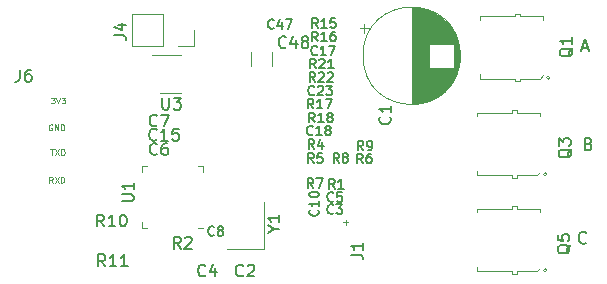
<source format=gto>
G04 #@! TF.GenerationSoftware,KiCad,Pcbnew,5.1.6*
G04 #@! TF.CreationDate,2020-07-25T09:05:25-04:00*
G04 #@! TF.ProjectId,bldc-controller,626c6463-2d63-46f6-9e74-726f6c6c6572,rev?*
G04 #@! TF.SameCoordinates,Original*
G04 #@! TF.FileFunction,Legend,Top*
G04 #@! TF.FilePolarity,Positive*
%FSLAX46Y46*%
G04 Gerber Fmt 4.6, Leading zero omitted, Abs format (unit mm)*
G04 Created by KiCad (PCBNEW 5.1.6) date 2020-07-25 09:05:25*
%MOMM*%
%LPD*%
G01*
G04 APERTURE LIST*
%ADD10C,0.152400*%
%ADD11C,0.125000*%
%ADD12C,0.120000*%
%ADD13C,0.150000*%
G04 APERTURE END LIST*
D10*
X74882571Y-111857428D02*
X75027714Y-111905809D01*
X75076095Y-111954190D01*
X75124476Y-112050952D01*
X75124476Y-112196095D01*
X75076095Y-112292857D01*
X75027714Y-112341238D01*
X74930952Y-112389619D01*
X74543904Y-112389619D01*
X74543904Y-111373619D01*
X74882571Y-111373619D01*
X74979333Y-111422000D01*
X75027714Y-111470380D01*
X75076095Y-111567142D01*
X75076095Y-111663904D01*
X75027714Y-111760666D01*
X74979333Y-111809047D01*
X74882571Y-111857428D01*
X74543904Y-111857428D01*
X74328095Y-103699333D02*
X74811904Y-103699333D01*
X74231333Y-103989619D02*
X74570000Y-102973619D01*
X74908666Y-103989619D01*
X74674476Y-120212857D02*
X74626095Y-120261238D01*
X74480952Y-120309619D01*
X74384190Y-120309619D01*
X74239047Y-120261238D01*
X74142285Y-120164476D01*
X74093904Y-120067714D01*
X74045523Y-119874190D01*
X74045523Y-119729047D01*
X74093904Y-119535523D01*
X74142285Y-119438761D01*
X74239047Y-119342000D01*
X74384190Y-119293619D01*
X74480952Y-119293619D01*
X74626095Y-119342000D01*
X74674476Y-119390380D01*
D11*
X29506666Y-115146190D02*
X29340000Y-114908095D01*
X29220952Y-115146190D02*
X29220952Y-114646190D01*
X29411428Y-114646190D01*
X29459047Y-114670000D01*
X29482857Y-114693809D01*
X29506666Y-114741428D01*
X29506666Y-114812857D01*
X29482857Y-114860476D01*
X29459047Y-114884285D01*
X29411428Y-114908095D01*
X29220952Y-114908095D01*
X29673333Y-114646190D02*
X30006666Y-115146190D01*
X30006666Y-114646190D02*
X29673333Y-115146190D01*
X30197142Y-115146190D02*
X30197142Y-114646190D01*
X30316190Y-114646190D01*
X30387619Y-114670000D01*
X30435238Y-114717619D01*
X30459047Y-114765238D01*
X30482857Y-114860476D01*
X30482857Y-114931904D01*
X30459047Y-115027142D01*
X30435238Y-115074761D01*
X30387619Y-115122380D01*
X30316190Y-115146190D01*
X30197142Y-115146190D01*
X29309047Y-112306190D02*
X29594761Y-112306190D01*
X29451904Y-112806190D02*
X29451904Y-112306190D01*
X29713809Y-112306190D02*
X30047142Y-112806190D01*
X30047142Y-112306190D02*
X29713809Y-112806190D01*
X30237619Y-112806190D02*
X30237619Y-112306190D01*
X30356666Y-112306190D01*
X30428095Y-112330000D01*
X30475714Y-112377619D01*
X30499523Y-112425238D01*
X30523333Y-112520476D01*
X30523333Y-112591904D01*
X30499523Y-112687142D01*
X30475714Y-112734761D01*
X30428095Y-112782380D01*
X30356666Y-112806190D01*
X30237619Y-112806190D01*
X29459047Y-110240000D02*
X29411428Y-110216190D01*
X29340000Y-110216190D01*
X29268571Y-110240000D01*
X29220952Y-110287619D01*
X29197142Y-110335238D01*
X29173333Y-110430476D01*
X29173333Y-110501904D01*
X29197142Y-110597142D01*
X29220952Y-110644761D01*
X29268571Y-110692380D01*
X29340000Y-110716190D01*
X29387619Y-110716190D01*
X29459047Y-110692380D01*
X29482857Y-110668571D01*
X29482857Y-110501904D01*
X29387619Y-110501904D01*
X29697142Y-110716190D02*
X29697142Y-110216190D01*
X29982857Y-110716190D01*
X29982857Y-110216190D01*
X30220952Y-110716190D02*
X30220952Y-110216190D01*
X30340000Y-110216190D01*
X30411428Y-110240000D01*
X30459047Y-110287619D01*
X30482857Y-110335238D01*
X30506666Y-110430476D01*
X30506666Y-110501904D01*
X30482857Y-110597142D01*
X30459047Y-110644761D01*
X30411428Y-110692380D01*
X30340000Y-110716190D01*
X30220952Y-110716190D01*
X29360952Y-107936190D02*
X29670476Y-107936190D01*
X29503809Y-108126666D01*
X29575238Y-108126666D01*
X29622857Y-108150476D01*
X29646666Y-108174285D01*
X29670476Y-108221904D01*
X29670476Y-108340952D01*
X29646666Y-108388571D01*
X29622857Y-108412380D01*
X29575238Y-108436190D01*
X29432380Y-108436190D01*
X29384761Y-108412380D01*
X29360952Y-108388571D01*
X29813333Y-107936190D02*
X29980000Y-108436190D01*
X30146666Y-107936190D01*
X30265714Y-107936190D02*
X30575238Y-107936190D01*
X30408571Y-108126666D01*
X30480000Y-108126666D01*
X30527619Y-108150476D01*
X30551428Y-108174285D01*
X30575238Y-108221904D01*
X30575238Y-108340952D01*
X30551428Y-108388571D01*
X30527619Y-108412380D01*
X30480000Y-108436190D01*
X30337142Y-108436190D01*
X30289523Y-108412380D01*
X30265714Y-108388571D01*
D12*
X54300000Y-118300000D02*
X54300000Y-118700000D01*
X54100000Y-118500000D02*
X54500000Y-118500000D01*
X64020000Y-104400000D02*
G75*
G03*
X64020000Y-104400000I-4120000J0D01*
G01*
X59900000Y-100320000D02*
X59900000Y-108480000D01*
X59940000Y-100320000D02*
X59940000Y-108480000D01*
X59980000Y-100320000D02*
X59980000Y-108480000D01*
X60020000Y-100321000D02*
X60020000Y-108479000D01*
X60060000Y-100323000D02*
X60060000Y-108477000D01*
X60100000Y-100324000D02*
X60100000Y-108476000D01*
X60140000Y-100326000D02*
X60140000Y-108474000D01*
X60180000Y-100329000D02*
X60180000Y-108471000D01*
X60220000Y-100332000D02*
X60220000Y-108468000D01*
X60260000Y-100335000D02*
X60260000Y-108465000D01*
X60300000Y-100339000D02*
X60300000Y-108461000D01*
X60340000Y-100343000D02*
X60340000Y-108457000D01*
X60380000Y-100348000D02*
X60380000Y-108452000D01*
X60420000Y-100352000D02*
X60420000Y-108448000D01*
X60460000Y-100358000D02*
X60460000Y-108442000D01*
X60500000Y-100363000D02*
X60500000Y-108437000D01*
X60540000Y-100370000D02*
X60540000Y-108430000D01*
X60580000Y-100376000D02*
X60580000Y-108424000D01*
X60621000Y-100383000D02*
X60621000Y-108417000D01*
X60661000Y-100390000D02*
X60661000Y-108410000D01*
X60701000Y-100398000D02*
X60701000Y-108402000D01*
X60741000Y-100406000D02*
X60741000Y-108394000D01*
X60781000Y-100415000D02*
X60781000Y-108385000D01*
X60821000Y-100424000D02*
X60821000Y-108376000D01*
X60861000Y-100433000D02*
X60861000Y-108367000D01*
X60901000Y-100443000D02*
X60901000Y-108357000D01*
X60941000Y-100453000D02*
X60941000Y-108347000D01*
X60981000Y-100464000D02*
X60981000Y-108336000D01*
X61021000Y-100475000D02*
X61021000Y-108325000D01*
X61061000Y-100486000D02*
X61061000Y-108314000D01*
X61101000Y-100498000D02*
X61101000Y-108302000D01*
X61141000Y-100511000D02*
X61141000Y-108289000D01*
X61181000Y-100523000D02*
X61181000Y-108277000D01*
X61221000Y-100537000D02*
X61221000Y-108263000D01*
X61261000Y-100550000D02*
X61261000Y-108250000D01*
X61301000Y-100565000D02*
X61301000Y-108235000D01*
X61341000Y-100579000D02*
X61341000Y-108221000D01*
X61381000Y-100595000D02*
X61381000Y-103360000D01*
X61381000Y-105440000D02*
X61381000Y-108205000D01*
X61421000Y-100610000D02*
X61421000Y-103360000D01*
X61421000Y-105440000D02*
X61421000Y-108190000D01*
X61461000Y-100626000D02*
X61461000Y-103360000D01*
X61461000Y-105440000D02*
X61461000Y-108174000D01*
X61501000Y-100643000D02*
X61501000Y-103360000D01*
X61501000Y-105440000D02*
X61501000Y-108157000D01*
X61541000Y-100660000D02*
X61541000Y-103360000D01*
X61541000Y-105440000D02*
X61541000Y-108140000D01*
X61581000Y-100678000D02*
X61581000Y-103360000D01*
X61581000Y-105440000D02*
X61581000Y-108122000D01*
X61621000Y-100696000D02*
X61621000Y-103360000D01*
X61621000Y-105440000D02*
X61621000Y-108104000D01*
X61661000Y-100714000D02*
X61661000Y-103360000D01*
X61661000Y-105440000D02*
X61661000Y-108086000D01*
X61701000Y-100734000D02*
X61701000Y-103360000D01*
X61701000Y-105440000D02*
X61701000Y-108066000D01*
X61741000Y-100753000D02*
X61741000Y-103360000D01*
X61741000Y-105440000D02*
X61741000Y-108047000D01*
X61781000Y-100773000D02*
X61781000Y-103360000D01*
X61781000Y-105440000D02*
X61781000Y-108027000D01*
X61821000Y-100794000D02*
X61821000Y-103360000D01*
X61821000Y-105440000D02*
X61821000Y-108006000D01*
X61861000Y-100816000D02*
X61861000Y-103360000D01*
X61861000Y-105440000D02*
X61861000Y-107984000D01*
X61901000Y-100838000D02*
X61901000Y-103360000D01*
X61901000Y-105440000D02*
X61901000Y-107962000D01*
X61941000Y-100860000D02*
X61941000Y-103360000D01*
X61941000Y-105440000D02*
X61941000Y-107940000D01*
X61981000Y-100883000D02*
X61981000Y-103360000D01*
X61981000Y-105440000D02*
X61981000Y-107917000D01*
X62021000Y-100907000D02*
X62021000Y-103360000D01*
X62021000Y-105440000D02*
X62021000Y-107893000D01*
X62061000Y-100931000D02*
X62061000Y-103360000D01*
X62061000Y-105440000D02*
X62061000Y-107869000D01*
X62101000Y-100956000D02*
X62101000Y-103360000D01*
X62101000Y-105440000D02*
X62101000Y-107844000D01*
X62141000Y-100982000D02*
X62141000Y-103360000D01*
X62141000Y-105440000D02*
X62141000Y-107818000D01*
X62181000Y-101008000D02*
X62181000Y-103360000D01*
X62181000Y-105440000D02*
X62181000Y-107792000D01*
X62221000Y-101035000D02*
X62221000Y-103360000D01*
X62221000Y-105440000D02*
X62221000Y-107765000D01*
X62261000Y-101062000D02*
X62261000Y-103360000D01*
X62261000Y-105440000D02*
X62261000Y-107738000D01*
X62301000Y-101091000D02*
X62301000Y-103360000D01*
X62301000Y-105440000D02*
X62301000Y-107709000D01*
X62341000Y-101120000D02*
X62341000Y-103360000D01*
X62341000Y-105440000D02*
X62341000Y-107680000D01*
X62381000Y-101150000D02*
X62381000Y-103360000D01*
X62381000Y-105440000D02*
X62381000Y-107650000D01*
X62421000Y-101180000D02*
X62421000Y-103360000D01*
X62421000Y-105440000D02*
X62421000Y-107620000D01*
X62461000Y-101211000D02*
X62461000Y-103360000D01*
X62461000Y-105440000D02*
X62461000Y-107589000D01*
X62501000Y-101244000D02*
X62501000Y-103360000D01*
X62501000Y-105440000D02*
X62501000Y-107556000D01*
X62541000Y-101276000D02*
X62541000Y-103360000D01*
X62541000Y-105440000D02*
X62541000Y-107524000D01*
X62581000Y-101310000D02*
X62581000Y-103360000D01*
X62581000Y-105440000D02*
X62581000Y-107490000D01*
X62621000Y-101345000D02*
X62621000Y-103360000D01*
X62621000Y-105440000D02*
X62621000Y-107455000D01*
X62661000Y-101381000D02*
X62661000Y-103360000D01*
X62661000Y-105440000D02*
X62661000Y-107419000D01*
X62701000Y-101417000D02*
X62701000Y-103360000D01*
X62701000Y-105440000D02*
X62701000Y-107383000D01*
X62741000Y-101455000D02*
X62741000Y-103360000D01*
X62741000Y-105440000D02*
X62741000Y-107345000D01*
X62781000Y-101493000D02*
X62781000Y-103360000D01*
X62781000Y-105440000D02*
X62781000Y-107307000D01*
X62821000Y-101533000D02*
X62821000Y-103360000D01*
X62821000Y-105440000D02*
X62821000Y-107267000D01*
X62861000Y-101574000D02*
X62861000Y-103360000D01*
X62861000Y-105440000D02*
X62861000Y-107226000D01*
X62901000Y-101616000D02*
X62901000Y-103360000D01*
X62901000Y-105440000D02*
X62901000Y-107184000D01*
X62941000Y-101659000D02*
X62941000Y-103360000D01*
X62941000Y-105440000D02*
X62941000Y-107141000D01*
X62981000Y-101703000D02*
X62981000Y-103360000D01*
X62981000Y-105440000D02*
X62981000Y-107097000D01*
X63021000Y-101749000D02*
X63021000Y-103360000D01*
X63021000Y-105440000D02*
X63021000Y-107051000D01*
X63061000Y-101796000D02*
X63061000Y-103360000D01*
X63061000Y-105440000D02*
X63061000Y-107004000D01*
X63101000Y-101844000D02*
X63101000Y-103360000D01*
X63101000Y-105440000D02*
X63101000Y-106956000D01*
X63141000Y-101895000D02*
X63141000Y-103360000D01*
X63141000Y-105440000D02*
X63141000Y-106905000D01*
X63181000Y-101946000D02*
X63181000Y-103360000D01*
X63181000Y-105440000D02*
X63181000Y-106854000D01*
X63221000Y-102000000D02*
X63221000Y-103360000D01*
X63221000Y-105440000D02*
X63221000Y-106800000D01*
X63261000Y-102055000D02*
X63261000Y-103360000D01*
X63261000Y-105440000D02*
X63261000Y-106745000D01*
X63301000Y-102113000D02*
X63301000Y-103360000D01*
X63301000Y-105440000D02*
X63301000Y-106687000D01*
X63341000Y-102172000D02*
X63341000Y-103360000D01*
X63341000Y-105440000D02*
X63341000Y-106628000D01*
X63381000Y-102234000D02*
X63381000Y-103360000D01*
X63381000Y-105440000D02*
X63381000Y-106566000D01*
X63421000Y-102298000D02*
X63421000Y-103360000D01*
X63421000Y-105440000D02*
X63421000Y-106502000D01*
X63461000Y-102366000D02*
X63461000Y-106434000D01*
X63501000Y-102436000D02*
X63501000Y-106364000D01*
X63541000Y-102510000D02*
X63541000Y-106290000D01*
X63581000Y-102587000D02*
X63581000Y-106213000D01*
X63621000Y-102669000D02*
X63621000Y-106131000D01*
X63661000Y-102755000D02*
X63661000Y-106045000D01*
X63701000Y-102848000D02*
X63701000Y-105952000D01*
X63741000Y-102947000D02*
X63741000Y-105853000D01*
X63781000Y-103054000D02*
X63781000Y-105746000D01*
X63821000Y-103171000D02*
X63821000Y-105629000D01*
X63861000Y-103302000D02*
X63861000Y-105498000D01*
X63901000Y-103452000D02*
X63901000Y-105348000D01*
X63941000Y-103632000D02*
X63941000Y-105168000D01*
X63981000Y-103867000D02*
X63981000Y-104933000D01*
X55490302Y-102085000D02*
X56290302Y-102085000D01*
X55890302Y-101685000D02*
X55890302Y-102485000D01*
X38600000Y-107560000D02*
X40400000Y-107560000D01*
X40400000Y-104340000D02*
X37950000Y-104340000D01*
X71347421Y-122550000D02*
G75*
G03*
X71347421Y-122550000I-141421J0D01*
G01*
X65406000Y-122250000D02*
X65406000Y-122650000D01*
X68806000Y-122650000D02*
X70506000Y-122650000D01*
X70506000Y-122650000D02*
X70806000Y-122350000D01*
X68806000Y-117350000D02*
X70806000Y-117350000D01*
X70806000Y-117650000D02*
X70806000Y-117350000D01*
X65406000Y-117350000D02*
X65406000Y-117650000D01*
X68406000Y-117350000D02*
X68406000Y-117150000D01*
X68406000Y-117150000D02*
X68806000Y-117150000D01*
X68806000Y-117150000D02*
X68806000Y-117350000D01*
X68406000Y-122650000D02*
X68406000Y-122850000D01*
X68406000Y-122850000D02*
X68806000Y-122850000D01*
X68806000Y-122850000D02*
X68806000Y-122650000D01*
X68406000Y-122650000D02*
X65406000Y-122650000D01*
X68406000Y-117350000D02*
X65406000Y-117350000D01*
X71347421Y-114412000D02*
G75*
G03*
X71347421Y-114412000I-141421J0D01*
G01*
X65406000Y-114112000D02*
X65406000Y-114512000D01*
X68806000Y-114512000D02*
X70506000Y-114512000D01*
X70506000Y-114512000D02*
X70806000Y-114212000D01*
X68806000Y-109212000D02*
X70806000Y-109212000D01*
X70806000Y-109512000D02*
X70806000Y-109212000D01*
X65406000Y-109212000D02*
X65406000Y-109512000D01*
X68406000Y-109212000D02*
X68406000Y-109012000D01*
X68406000Y-109012000D02*
X68806000Y-109012000D01*
X68806000Y-109012000D02*
X68806000Y-109212000D01*
X68406000Y-114512000D02*
X68406000Y-114712000D01*
X68406000Y-114712000D02*
X68806000Y-114712000D01*
X68806000Y-114712000D02*
X68806000Y-114512000D01*
X68406000Y-114512000D02*
X65406000Y-114512000D01*
X68406000Y-109212000D02*
X65406000Y-109212000D01*
X71601421Y-106250000D02*
G75*
G03*
X71601421Y-106250000I-141421J0D01*
G01*
X65660000Y-105950000D02*
X65660000Y-106350000D01*
X69060000Y-106350000D02*
X70760000Y-106350000D01*
X70760000Y-106350000D02*
X71060000Y-106050000D01*
X69060000Y-101050000D02*
X71060000Y-101050000D01*
X71060000Y-101350000D02*
X71060000Y-101050000D01*
X65660000Y-101050000D02*
X65660000Y-101350000D01*
X68660000Y-101050000D02*
X68660000Y-100850000D01*
X68660000Y-100850000D02*
X69060000Y-100850000D01*
X69060000Y-100850000D02*
X69060000Y-101050000D01*
X68660000Y-106350000D02*
X68660000Y-106550000D01*
X68660000Y-106550000D02*
X69060000Y-106550000D01*
X69060000Y-106550000D02*
X69060000Y-106350000D01*
X68660000Y-106350000D02*
X65660000Y-106350000D01*
X68660000Y-101050000D02*
X65660000Y-101050000D01*
X38830000Y-100870000D02*
X38830000Y-103530000D01*
X38830000Y-100870000D02*
X36230000Y-100870000D01*
X36230000Y-100870000D02*
X36230000Y-103530000D01*
X38830000Y-103530000D02*
X36230000Y-103530000D01*
X41430000Y-103530000D02*
X40100000Y-103530000D01*
X41430000Y-102200000D02*
X41430000Y-103530000D01*
X48110000Y-104047936D02*
X48110000Y-105252064D01*
X46290000Y-104047936D02*
X46290000Y-105252064D01*
X44225000Y-120750000D02*
X47375000Y-120750000D01*
X47375000Y-120750000D02*
X47375000Y-116750000D01*
X37515000Y-118960000D02*
X37040000Y-118960000D01*
X37040000Y-118960000D02*
X37040000Y-118485000D01*
X41785000Y-113740000D02*
X42260000Y-113740000D01*
X42260000Y-113740000D02*
X42260000Y-114215000D01*
X37515000Y-113740000D02*
X37040000Y-113740000D01*
X37040000Y-113740000D02*
X37040000Y-114215000D01*
X41785000Y-118960000D02*
X42260000Y-118960000D01*
D13*
X54752380Y-121233333D02*
X55466666Y-121233333D01*
X55609523Y-121280952D01*
X55704761Y-121376190D01*
X55752380Y-121519047D01*
X55752380Y-121614285D01*
X55752380Y-120233333D02*
X55752380Y-120804761D01*
X55752380Y-120519047D02*
X54752380Y-120519047D01*
X54895238Y-120614285D01*
X54990476Y-120709523D01*
X55038095Y-120804761D01*
X58057142Y-109566666D02*
X58104761Y-109614285D01*
X58152380Y-109757142D01*
X58152380Y-109852380D01*
X58104761Y-109995238D01*
X58009523Y-110090476D01*
X57914285Y-110138095D01*
X57723809Y-110185714D01*
X57580952Y-110185714D01*
X57390476Y-110138095D01*
X57295238Y-110090476D01*
X57200000Y-109995238D01*
X57152380Y-109852380D01*
X57152380Y-109757142D01*
X57200000Y-109614285D01*
X57247619Y-109566666D01*
X58152380Y-108614285D02*
X58152380Y-109185714D01*
X58152380Y-108900000D02*
X57152380Y-108900000D01*
X57295238Y-108995238D01*
X57390476Y-109090476D01*
X57438095Y-109185714D01*
X26726666Y-105582380D02*
X26726666Y-106296666D01*
X26679047Y-106439523D01*
X26583809Y-106534761D01*
X26440952Y-106582380D01*
X26345714Y-106582380D01*
X27631428Y-105582380D02*
X27440952Y-105582380D01*
X27345714Y-105630000D01*
X27298095Y-105677619D01*
X27202857Y-105820476D01*
X27155238Y-106010952D01*
X27155238Y-106391904D01*
X27202857Y-106487142D01*
X27250476Y-106534761D01*
X27345714Y-106582380D01*
X27536190Y-106582380D01*
X27631428Y-106534761D01*
X27679047Y-106487142D01*
X27726666Y-106391904D01*
X27726666Y-106153809D01*
X27679047Y-106058571D01*
X27631428Y-106010952D01*
X27536190Y-105963333D01*
X27345714Y-105963333D01*
X27250476Y-106010952D01*
X27202857Y-106058571D01*
X27155238Y-106153809D01*
X33957142Y-122222380D02*
X33623809Y-121746190D01*
X33385714Y-122222380D02*
X33385714Y-121222380D01*
X33766666Y-121222380D01*
X33861904Y-121270000D01*
X33909523Y-121317619D01*
X33957142Y-121412857D01*
X33957142Y-121555714D01*
X33909523Y-121650952D01*
X33861904Y-121698571D01*
X33766666Y-121746190D01*
X33385714Y-121746190D01*
X34909523Y-122222380D02*
X34338095Y-122222380D01*
X34623809Y-122222380D02*
X34623809Y-121222380D01*
X34528571Y-121365238D01*
X34433333Y-121460476D01*
X34338095Y-121508095D01*
X35861904Y-122222380D02*
X35290476Y-122222380D01*
X35576190Y-122222380D02*
X35576190Y-121222380D01*
X35480952Y-121365238D01*
X35385714Y-121460476D01*
X35290476Y-121508095D01*
X33857142Y-118852380D02*
X33523809Y-118376190D01*
X33285714Y-118852380D02*
X33285714Y-117852380D01*
X33666666Y-117852380D01*
X33761904Y-117900000D01*
X33809523Y-117947619D01*
X33857142Y-118042857D01*
X33857142Y-118185714D01*
X33809523Y-118280952D01*
X33761904Y-118328571D01*
X33666666Y-118376190D01*
X33285714Y-118376190D01*
X34809523Y-118852380D02*
X34238095Y-118852380D01*
X34523809Y-118852380D02*
X34523809Y-117852380D01*
X34428571Y-117995238D01*
X34333333Y-118090476D01*
X34238095Y-118138095D01*
X35428571Y-117852380D02*
X35523809Y-117852380D01*
X35619047Y-117900000D01*
X35666666Y-117947619D01*
X35714285Y-118042857D01*
X35761904Y-118233333D01*
X35761904Y-118471428D01*
X35714285Y-118661904D01*
X35666666Y-118757142D01*
X35619047Y-118804761D01*
X35523809Y-118852380D01*
X35428571Y-118852380D01*
X35333333Y-118804761D01*
X35285714Y-118757142D01*
X35238095Y-118661904D01*
X35190476Y-118471428D01*
X35190476Y-118233333D01*
X35238095Y-118042857D01*
X35285714Y-117947619D01*
X35333333Y-117900000D01*
X35428571Y-117852380D01*
X55791666Y-112411904D02*
X55525000Y-112030952D01*
X55334523Y-112411904D02*
X55334523Y-111611904D01*
X55639285Y-111611904D01*
X55715476Y-111650000D01*
X55753571Y-111688095D01*
X55791666Y-111764285D01*
X55791666Y-111878571D01*
X55753571Y-111954761D01*
X55715476Y-111992857D01*
X55639285Y-112030952D01*
X55334523Y-112030952D01*
X56172619Y-112411904D02*
X56325000Y-112411904D01*
X56401190Y-112373809D01*
X56439285Y-112335714D01*
X56515476Y-112221428D01*
X56553571Y-112069047D01*
X56553571Y-111764285D01*
X56515476Y-111688095D01*
X56477380Y-111650000D01*
X56401190Y-111611904D01*
X56248809Y-111611904D01*
X56172619Y-111650000D01*
X56134523Y-111688095D01*
X56096428Y-111764285D01*
X56096428Y-111954761D01*
X56134523Y-112030952D01*
X56172619Y-112069047D01*
X56248809Y-112107142D01*
X56401190Y-112107142D01*
X56477380Y-112069047D01*
X56515476Y-112030952D01*
X56553571Y-111954761D01*
X38788095Y-107952380D02*
X38788095Y-108761904D01*
X38835714Y-108857142D01*
X38883333Y-108904761D01*
X38978571Y-108952380D01*
X39169047Y-108952380D01*
X39264285Y-108904761D01*
X39311904Y-108857142D01*
X39359523Y-108761904D01*
X39359523Y-107952380D01*
X39740476Y-107952380D02*
X40359523Y-107952380D01*
X40026190Y-108333333D01*
X40169047Y-108333333D01*
X40264285Y-108380952D01*
X40311904Y-108428571D01*
X40359523Y-108523809D01*
X40359523Y-108761904D01*
X40311904Y-108857142D01*
X40264285Y-108904761D01*
X40169047Y-108952380D01*
X39883333Y-108952380D01*
X39788095Y-108904761D01*
X39740476Y-108857142D01*
X51735714Y-106586904D02*
X51469047Y-106205952D01*
X51278571Y-106586904D02*
X51278571Y-105786904D01*
X51583333Y-105786904D01*
X51659523Y-105825000D01*
X51697619Y-105863095D01*
X51735714Y-105939285D01*
X51735714Y-106053571D01*
X51697619Y-106129761D01*
X51659523Y-106167857D01*
X51583333Y-106205952D01*
X51278571Y-106205952D01*
X52040476Y-105863095D02*
X52078571Y-105825000D01*
X52154761Y-105786904D01*
X52345238Y-105786904D01*
X52421428Y-105825000D01*
X52459523Y-105863095D01*
X52497619Y-105939285D01*
X52497619Y-106015476D01*
X52459523Y-106129761D01*
X52002380Y-106586904D01*
X52497619Y-106586904D01*
X52802380Y-105863095D02*
X52840476Y-105825000D01*
X52916666Y-105786904D01*
X53107142Y-105786904D01*
X53183333Y-105825000D01*
X53221428Y-105863095D01*
X53259523Y-105939285D01*
X53259523Y-106015476D01*
X53221428Y-106129761D01*
X52764285Y-106586904D01*
X53259523Y-106586904D01*
X51785714Y-105461904D02*
X51519047Y-105080952D01*
X51328571Y-105461904D02*
X51328571Y-104661904D01*
X51633333Y-104661904D01*
X51709523Y-104700000D01*
X51747619Y-104738095D01*
X51785714Y-104814285D01*
X51785714Y-104928571D01*
X51747619Y-105004761D01*
X51709523Y-105042857D01*
X51633333Y-105080952D01*
X51328571Y-105080952D01*
X52090476Y-104738095D02*
X52128571Y-104700000D01*
X52204761Y-104661904D01*
X52395238Y-104661904D01*
X52471428Y-104700000D01*
X52509523Y-104738095D01*
X52547619Y-104814285D01*
X52547619Y-104890476D01*
X52509523Y-105004761D01*
X52052380Y-105461904D01*
X52547619Y-105461904D01*
X53309523Y-105461904D02*
X52852380Y-105461904D01*
X53080952Y-105461904D02*
X53080952Y-104661904D01*
X53004761Y-104776190D01*
X52928571Y-104852380D01*
X52852380Y-104890476D01*
X51685714Y-110011904D02*
X51419047Y-109630952D01*
X51228571Y-110011904D02*
X51228571Y-109211904D01*
X51533333Y-109211904D01*
X51609523Y-109250000D01*
X51647619Y-109288095D01*
X51685714Y-109364285D01*
X51685714Y-109478571D01*
X51647619Y-109554761D01*
X51609523Y-109592857D01*
X51533333Y-109630952D01*
X51228571Y-109630952D01*
X52447619Y-110011904D02*
X51990476Y-110011904D01*
X52219047Y-110011904D02*
X52219047Y-109211904D01*
X52142857Y-109326190D01*
X52066666Y-109402380D01*
X51990476Y-109440476D01*
X52904761Y-109554761D02*
X52828571Y-109516666D01*
X52790476Y-109478571D01*
X52752380Y-109402380D01*
X52752380Y-109364285D01*
X52790476Y-109288095D01*
X52828571Y-109250000D01*
X52904761Y-109211904D01*
X53057142Y-109211904D01*
X53133333Y-109250000D01*
X53171428Y-109288095D01*
X53209523Y-109364285D01*
X53209523Y-109402380D01*
X53171428Y-109478571D01*
X53133333Y-109516666D01*
X53057142Y-109554761D01*
X52904761Y-109554761D01*
X52828571Y-109592857D01*
X52790476Y-109630952D01*
X52752380Y-109707142D01*
X52752380Y-109859523D01*
X52790476Y-109935714D01*
X52828571Y-109973809D01*
X52904761Y-110011904D01*
X53057142Y-110011904D01*
X53133333Y-109973809D01*
X53171428Y-109935714D01*
X53209523Y-109859523D01*
X53209523Y-109707142D01*
X53171428Y-109630952D01*
X53133333Y-109592857D01*
X53057142Y-109554761D01*
X51585714Y-108861904D02*
X51319047Y-108480952D01*
X51128571Y-108861904D02*
X51128571Y-108061904D01*
X51433333Y-108061904D01*
X51509523Y-108100000D01*
X51547619Y-108138095D01*
X51585714Y-108214285D01*
X51585714Y-108328571D01*
X51547619Y-108404761D01*
X51509523Y-108442857D01*
X51433333Y-108480952D01*
X51128571Y-108480952D01*
X52347619Y-108861904D02*
X51890476Y-108861904D01*
X52119047Y-108861904D02*
X52119047Y-108061904D01*
X52042857Y-108176190D01*
X51966666Y-108252380D01*
X51890476Y-108290476D01*
X52614285Y-108061904D02*
X53147619Y-108061904D01*
X52804761Y-108861904D01*
X51935714Y-103161904D02*
X51669047Y-102780952D01*
X51478571Y-103161904D02*
X51478571Y-102361904D01*
X51783333Y-102361904D01*
X51859523Y-102400000D01*
X51897619Y-102438095D01*
X51935714Y-102514285D01*
X51935714Y-102628571D01*
X51897619Y-102704761D01*
X51859523Y-102742857D01*
X51783333Y-102780952D01*
X51478571Y-102780952D01*
X52697619Y-103161904D02*
X52240476Y-103161904D01*
X52469047Y-103161904D02*
X52469047Y-102361904D01*
X52392857Y-102476190D01*
X52316666Y-102552380D01*
X52240476Y-102590476D01*
X53383333Y-102361904D02*
X53230952Y-102361904D01*
X53154761Y-102400000D01*
X53116666Y-102438095D01*
X53040476Y-102552380D01*
X53002380Y-102704761D01*
X53002380Y-103009523D01*
X53040476Y-103085714D01*
X53078571Y-103123809D01*
X53154761Y-103161904D01*
X53307142Y-103161904D01*
X53383333Y-103123809D01*
X53421428Y-103085714D01*
X53459523Y-103009523D01*
X53459523Y-102819047D01*
X53421428Y-102742857D01*
X53383333Y-102704761D01*
X53307142Y-102666666D01*
X53154761Y-102666666D01*
X53078571Y-102704761D01*
X53040476Y-102742857D01*
X53002380Y-102819047D01*
X51960714Y-102036904D02*
X51694047Y-101655952D01*
X51503571Y-102036904D02*
X51503571Y-101236904D01*
X51808333Y-101236904D01*
X51884523Y-101275000D01*
X51922619Y-101313095D01*
X51960714Y-101389285D01*
X51960714Y-101503571D01*
X51922619Y-101579761D01*
X51884523Y-101617857D01*
X51808333Y-101655952D01*
X51503571Y-101655952D01*
X52722619Y-102036904D02*
X52265476Y-102036904D01*
X52494047Y-102036904D02*
X52494047Y-101236904D01*
X52417857Y-101351190D01*
X52341666Y-101427380D01*
X52265476Y-101465476D01*
X53446428Y-101236904D02*
X53065476Y-101236904D01*
X53027380Y-101617857D01*
X53065476Y-101579761D01*
X53141666Y-101541666D01*
X53332142Y-101541666D01*
X53408333Y-101579761D01*
X53446428Y-101617857D01*
X53484523Y-101694047D01*
X53484523Y-101884523D01*
X53446428Y-101960714D01*
X53408333Y-101998809D01*
X53332142Y-102036904D01*
X53141666Y-102036904D01*
X53065476Y-101998809D01*
X53027380Y-101960714D01*
X51566666Y-115586904D02*
X51300000Y-115205952D01*
X51109523Y-115586904D02*
X51109523Y-114786904D01*
X51414285Y-114786904D01*
X51490476Y-114825000D01*
X51528571Y-114863095D01*
X51566666Y-114939285D01*
X51566666Y-115053571D01*
X51528571Y-115129761D01*
X51490476Y-115167857D01*
X51414285Y-115205952D01*
X51109523Y-115205952D01*
X51833333Y-114786904D02*
X52366666Y-114786904D01*
X52023809Y-115586904D01*
X40333333Y-120732380D02*
X40000000Y-120256190D01*
X39761904Y-120732380D02*
X39761904Y-119732380D01*
X40142857Y-119732380D01*
X40238095Y-119780000D01*
X40285714Y-119827619D01*
X40333333Y-119922857D01*
X40333333Y-120065714D01*
X40285714Y-120160952D01*
X40238095Y-120208571D01*
X40142857Y-120256190D01*
X39761904Y-120256190D01*
X40714285Y-119827619D02*
X40761904Y-119780000D01*
X40857142Y-119732380D01*
X41095238Y-119732380D01*
X41190476Y-119780000D01*
X41238095Y-119827619D01*
X41285714Y-119922857D01*
X41285714Y-120018095D01*
X41238095Y-120160952D01*
X40666666Y-120732380D01*
X41285714Y-120732380D01*
X53391666Y-115636904D02*
X53125000Y-115255952D01*
X52934523Y-115636904D02*
X52934523Y-114836904D01*
X53239285Y-114836904D01*
X53315476Y-114875000D01*
X53353571Y-114913095D01*
X53391666Y-114989285D01*
X53391666Y-115103571D01*
X53353571Y-115179761D01*
X53315476Y-115217857D01*
X53239285Y-115255952D01*
X52934523Y-115255952D01*
X54153571Y-115636904D02*
X53696428Y-115636904D01*
X53925000Y-115636904D02*
X53925000Y-114836904D01*
X53848809Y-114951190D01*
X53772619Y-115027380D01*
X53696428Y-115065476D01*
X73347619Y-120395238D02*
X73300000Y-120490476D01*
X73204761Y-120585714D01*
X73061904Y-120728571D01*
X73014285Y-120823809D01*
X73014285Y-120919047D01*
X73252380Y-120871428D02*
X73204761Y-120966666D01*
X73109523Y-121061904D01*
X72919047Y-121109523D01*
X72585714Y-121109523D01*
X72395238Y-121061904D01*
X72300000Y-120966666D01*
X72252380Y-120871428D01*
X72252380Y-120680952D01*
X72300000Y-120585714D01*
X72395238Y-120490476D01*
X72585714Y-120442857D01*
X72919047Y-120442857D01*
X73109523Y-120490476D01*
X73204761Y-120585714D01*
X73252380Y-120680952D01*
X73252380Y-120871428D01*
X72252380Y-119538095D02*
X72252380Y-120014285D01*
X72728571Y-120061904D01*
X72680952Y-120014285D01*
X72633333Y-119919047D01*
X72633333Y-119680952D01*
X72680952Y-119585714D01*
X72728571Y-119538095D01*
X72823809Y-119490476D01*
X73061904Y-119490476D01*
X73157142Y-119538095D01*
X73204761Y-119585714D01*
X73252380Y-119680952D01*
X73252380Y-119919047D01*
X73204761Y-120014285D01*
X73157142Y-120061904D01*
X73447619Y-112295238D02*
X73400000Y-112390476D01*
X73304761Y-112485714D01*
X73161904Y-112628571D01*
X73114285Y-112723809D01*
X73114285Y-112819047D01*
X73352380Y-112771428D02*
X73304761Y-112866666D01*
X73209523Y-112961904D01*
X73019047Y-113009523D01*
X72685714Y-113009523D01*
X72495238Y-112961904D01*
X72400000Y-112866666D01*
X72352380Y-112771428D01*
X72352380Y-112580952D01*
X72400000Y-112485714D01*
X72495238Y-112390476D01*
X72685714Y-112342857D01*
X73019047Y-112342857D01*
X73209523Y-112390476D01*
X73304761Y-112485714D01*
X73352380Y-112580952D01*
X73352380Y-112771428D01*
X72352380Y-112009523D02*
X72352380Y-111390476D01*
X72733333Y-111723809D01*
X72733333Y-111580952D01*
X72780952Y-111485714D01*
X72828571Y-111438095D01*
X72923809Y-111390476D01*
X73161904Y-111390476D01*
X73257142Y-111438095D01*
X73304761Y-111485714D01*
X73352380Y-111580952D01*
X73352380Y-111866666D01*
X73304761Y-111961904D01*
X73257142Y-112009523D01*
X73547619Y-103745238D02*
X73500000Y-103840476D01*
X73404761Y-103935714D01*
X73261904Y-104078571D01*
X73214285Y-104173809D01*
X73214285Y-104269047D01*
X73452380Y-104221428D02*
X73404761Y-104316666D01*
X73309523Y-104411904D01*
X73119047Y-104459523D01*
X72785714Y-104459523D01*
X72595238Y-104411904D01*
X72500000Y-104316666D01*
X72452380Y-104221428D01*
X72452380Y-104030952D01*
X72500000Y-103935714D01*
X72595238Y-103840476D01*
X72785714Y-103792857D01*
X73119047Y-103792857D01*
X73309523Y-103840476D01*
X73404761Y-103935714D01*
X73452380Y-104030952D01*
X73452380Y-104221428D01*
X73452380Y-102840476D02*
X73452380Y-103411904D01*
X73452380Y-103126190D02*
X72452380Y-103126190D01*
X72595238Y-103221428D01*
X72690476Y-103316666D01*
X72738095Y-103411904D01*
X34727380Y-102658333D02*
X35441666Y-102658333D01*
X35584523Y-102705952D01*
X35679761Y-102801190D01*
X35727380Y-102944047D01*
X35727380Y-103039285D01*
X35060714Y-101753571D02*
X35727380Y-101753571D01*
X34679761Y-101991666D02*
X35394047Y-102229761D01*
X35394047Y-101610714D01*
X49257142Y-103657142D02*
X49209523Y-103704761D01*
X49066666Y-103752380D01*
X48971428Y-103752380D01*
X48828571Y-103704761D01*
X48733333Y-103609523D01*
X48685714Y-103514285D01*
X48638095Y-103323809D01*
X48638095Y-103180952D01*
X48685714Y-102990476D01*
X48733333Y-102895238D01*
X48828571Y-102800000D01*
X48971428Y-102752380D01*
X49066666Y-102752380D01*
X49209523Y-102800000D01*
X49257142Y-102847619D01*
X50114285Y-103085714D02*
X50114285Y-103752380D01*
X49876190Y-102704761D02*
X49638095Y-103419047D01*
X50257142Y-103419047D01*
X50780952Y-103180952D02*
X50685714Y-103133333D01*
X50638095Y-103085714D01*
X50590476Y-102990476D01*
X50590476Y-102942857D01*
X50638095Y-102847619D01*
X50685714Y-102800000D01*
X50780952Y-102752380D01*
X50971428Y-102752380D01*
X51066666Y-102800000D01*
X51114285Y-102847619D01*
X51161904Y-102942857D01*
X51161904Y-102990476D01*
X51114285Y-103085714D01*
X51066666Y-103133333D01*
X50971428Y-103180952D01*
X50780952Y-103180952D01*
X50685714Y-103228571D01*
X50638095Y-103276190D01*
X50590476Y-103371428D01*
X50590476Y-103561904D01*
X50638095Y-103657142D01*
X50685714Y-103704761D01*
X50780952Y-103752380D01*
X50971428Y-103752380D01*
X51066666Y-103704761D01*
X51114285Y-103657142D01*
X51161904Y-103561904D01*
X51161904Y-103371428D01*
X51114285Y-103276190D01*
X51066666Y-103228571D01*
X50971428Y-103180952D01*
X48235714Y-102035714D02*
X48197619Y-102073809D01*
X48083333Y-102111904D01*
X48007142Y-102111904D01*
X47892857Y-102073809D01*
X47816666Y-101997619D01*
X47778571Y-101921428D01*
X47740476Y-101769047D01*
X47740476Y-101654761D01*
X47778571Y-101502380D01*
X47816666Y-101426190D01*
X47892857Y-101350000D01*
X48007142Y-101311904D01*
X48083333Y-101311904D01*
X48197619Y-101350000D01*
X48235714Y-101388095D01*
X48921428Y-101578571D02*
X48921428Y-102111904D01*
X48730952Y-101273809D02*
X48540476Y-101845238D01*
X49035714Y-101845238D01*
X49264285Y-101311904D02*
X49797619Y-101311904D01*
X49454761Y-102111904D01*
X51660714Y-107660714D02*
X51622619Y-107698809D01*
X51508333Y-107736904D01*
X51432142Y-107736904D01*
X51317857Y-107698809D01*
X51241666Y-107622619D01*
X51203571Y-107546428D01*
X51165476Y-107394047D01*
X51165476Y-107279761D01*
X51203571Y-107127380D01*
X51241666Y-107051190D01*
X51317857Y-106975000D01*
X51432142Y-106936904D01*
X51508333Y-106936904D01*
X51622619Y-106975000D01*
X51660714Y-107013095D01*
X51965476Y-107013095D02*
X52003571Y-106975000D01*
X52079761Y-106936904D01*
X52270238Y-106936904D01*
X52346428Y-106975000D01*
X52384523Y-107013095D01*
X52422619Y-107089285D01*
X52422619Y-107165476D01*
X52384523Y-107279761D01*
X51927380Y-107736904D01*
X52422619Y-107736904D01*
X52689285Y-106936904D02*
X53184523Y-106936904D01*
X52917857Y-107241666D01*
X53032142Y-107241666D01*
X53108333Y-107279761D01*
X53146428Y-107317857D01*
X53184523Y-107394047D01*
X53184523Y-107584523D01*
X53146428Y-107660714D01*
X53108333Y-107698809D01*
X53032142Y-107736904D01*
X52803571Y-107736904D01*
X52727380Y-107698809D01*
X52689285Y-107660714D01*
X51535714Y-111035714D02*
X51497619Y-111073809D01*
X51383333Y-111111904D01*
X51307142Y-111111904D01*
X51192857Y-111073809D01*
X51116666Y-110997619D01*
X51078571Y-110921428D01*
X51040476Y-110769047D01*
X51040476Y-110654761D01*
X51078571Y-110502380D01*
X51116666Y-110426190D01*
X51192857Y-110350000D01*
X51307142Y-110311904D01*
X51383333Y-110311904D01*
X51497619Y-110350000D01*
X51535714Y-110388095D01*
X52297619Y-111111904D02*
X51840476Y-111111904D01*
X52069047Y-111111904D02*
X52069047Y-110311904D01*
X51992857Y-110426190D01*
X51916666Y-110502380D01*
X51840476Y-110540476D01*
X52754761Y-110654761D02*
X52678571Y-110616666D01*
X52640476Y-110578571D01*
X52602380Y-110502380D01*
X52602380Y-110464285D01*
X52640476Y-110388095D01*
X52678571Y-110350000D01*
X52754761Y-110311904D01*
X52907142Y-110311904D01*
X52983333Y-110350000D01*
X53021428Y-110388095D01*
X53059523Y-110464285D01*
X53059523Y-110502380D01*
X53021428Y-110578571D01*
X52983333Y-110616666D01*
X52907142Y-110654761D01*
X52754761Y-110654761D01*
X52678571Y-110692857D01*
X52640476Y-110730952D01*
X52602380Y-110807142D01*
X52602380Y-110959523D01*
X52640476Y-111035714D01*
X52678571Y-111073809D01*
X52754761Y-111111904D01*
X52907142Y-111111904D01*
X52983333Y-111073809D01*
X53021428Y-111035714D01*
X53059523Y-110959523D01*
X53059523Y-110807142D01*
X53021428Y-110730952D01*
X52983333Y-110692857D01*
X52907142Y-110654761D01*
X51885714Y-104285714D02*
X51847619Y-104323809D01*
X51733333Y-104361904D01*
X51657142Y-104361904D01*
X51542857Y-104323809D01*
X51466666Y-104247619D01*
X51428571Y-104171428D01*
X51390476Y-104019047D01*
X51390476Y-103904761D01*
X51428571Y-103752380D01*
X51466666Y-103676190D01*
X51542857Y-103600000D01*
X51657142Y-103561904D01*
X51733333Y-103561904D01*
X51847619Y-103600000D01*
X51885714Y-103638095D01*
X52647619Y-104361904D02*
X52190476Y-104361904D01*
X52419047Y-104361904D02*
X52419047Y-103561904D01*
X52342857Y-103676190D01*
X52266666Y-103752380D01*
X52190476Y-103790476D01*
X52914285Y-103561904D02*
X53447619Y-103561904D01*
X53104761Y-104361904D01*
X38307142Y-111482142D02*
X38259523Y-111529761D01*
X38116666Y-111577380D01*
X38021428Y-111577380D01*
X37878571Y-111529761D01*
X37783333Y-111434523D01*
X37735714Y-111339285D01*
X37688095Y-111148809D01*
X37688095Y-111005952D01*
X37735714Y-110815476D01*
X37783333Y-110720238D01*
X37878571Y-110625000D01*
X38021428Y-110577380D01*
X38116666Y-110577380D01*
X38259523Y-110625000D01*
X38307142Y-110672619D01*
X39259523Y-111577380D02*
X38688095Y-111577380D01*
X38973809Y-111577380D02*
X38973809Y-110577380D01*
X38878571Y-110720238D01*
X38783333Y-110815476D01*
X38688095Y-110863095D01*
X40164285Y-110577380D02*
X39688095Y-110577380D01*
X39640476Y-111053571D01*
X39688095Y-111005952D01*
X39783333Y-110958333D01*
X40021428Y-110958333D01*
X40116666Y-111005952D01*
X40164285Y-111053571D01*
X40211904Y-111148809D01*
X40211904Y-111386904D01*
X40164285Y-111482142D01*
X40116666Y-111529761D01*
X40021428Y-111577380D01*
X39783333Y-111577380D01*
X39688095Y-111529761D01*
X39640476Y-111482142D01*
X43166666Y-119560714D02*
X43128571Y-119598809D01*
X43014285Y-119636904D01*
X42938095Y-119636904D01*
X42823809Y-119598809D01*
X42747619Y-119522619D01*
X42709523Y-119446428D01*
X42671428Y-119294047D01*
X42671428Y-119179761D01*
X42709523Y-119027380D01*
X42747619Y-118951190D01*
X42823809Y-118875000D01*
X42938095Y-118836904D01*
X43014285Y-118836904D01*
X43128571Y-118875000D01*
X43166666Y-118913095D01*
X43623809Y-119179761D02*
X43547619Y-119141666D01*
X43509523Y-119103571D01*
X43471428Y-119027380D01*
X43471428Y-118989285D01*
X43509523Y-118913095D01*
X43547619Y-118875000D01*
X43623809Y-118836904D01*
X43776190Y-118836904D01*
X43852380Y-118875000D01*
X43890476Y-118913095D01*
X43928571Y-118989285D01*
X43928571Y-119027380D01*
X43890476Y-119103571D01*
X43852380Y-119141666D01*
X43776190Y-119179761D01*
X43623809Y-119179761D01*
X43547619Y-119217857D01*
X43509523Y-119255952D01*
X43471428Y-119332142D01*
X43471428Y-119484523D01*
X43509523Y-119560714D01*
X43547619Y-119598809D01*
X43623809Y-119636904D01*
X43776190Y-119636904D01*
X43852380Y-119598809D01*
X43890476Y-119560714D01*
X43928571Y-119484523D01*
X43928571Y-119332142D01*
X43890476Y-119255952D01*
X43852380Y-119217857D01*
X43776190Y-119179761D01*
X38333333Y-110282142D02*
X38285714Y-110329761D01*
X38142857Y-110377380D01*
X38047619Y-110377380D01*
X37904761Y-110329761D01*
X37809523Y-110234523D01*
X37761904Y-110139285D01*
X37714285Y-109948809D01*
X37714285Y-109805952D01*
X37761904Y-109615476D01*
X37809523Y-109520238D01*
X37904761Y-109425000D01*
X38047619Y-109377380D01*
X38142857Y-109377380D01*
X38285714Y-109425000D01*
X38333333Y-109472619D01*
X38666666Y-109377380D02*
X39333333Y-109377380D01*
X38904761Y-110377380D01*
X38333333Y-112707142D02*
X38285714Y-112754761D01*
X38142857Y-112802380D01*
X38047619Y-112802380D01*
X37904761Y-112754761D01*
X37809523Y-112659523D01*
X37761904Y-112564285D01*
X37714285Y-112373809D01*
X37714285Y-112230952D01*
X37761904Y-112040476D01*
X37809523Y-111945238D01*
X37904761Y-111850000D01*
X38047619Y-111802380D01*
X38142857Y-111802380D01*
X38285714Y-111850000D01*
X38333333Y-111897619D01*
X39190476Y-111802380D02*
X39000000Y-111802380D01*
X38904761Y-111850000D01*
X38857142Y-111897619D01*
X38761904Y-112040476D01*
X38714285Y-112230952D01*
X38714285Y-112611904D01*
X38761904Y-112707142D01*
X38809523Y-112754761D01*
X38904761Y-112802380D01*
X39095238Y-112802380D01*
X39190476Y-112754761D01*
X39238095Y-112707142D01*
X39285714Y-112611904D01*
X39285714Y-112373809D01*
X39238095Y-112278571D01*
X39190476Y-112230952D01*
X39095238Y-112183333D01*
X38904761Y-112183333D01*
X38809523Y-112230952D01*
X38761904Y-112278571D01*
X38714285Y-112373809D01*
X53266666Y-116660714D02*
X53228571Y-116698809D01*
X53114285Y-116736904D01*
X53038095Y-116736904D01*
X52923809Y-116698809D01*
X52847619Y-116622619D01*
X52809523Y-116546428D01*
X52771428Y-116394047D01*
X52771428Y-116279761D01*
X52809523Y-116127380D01*
X52847619Y-116051190D01*
X52923809Y-115975000D01*
X53038095Y-115936904D01*
X53114285Y-115936904D01*
X53228571Y-115975000D01*
X53266666Y-116013095D01*
X53990476Y-115936904D02*
X53609523Y-115936904D01*
X53571428Y-116317857D01*
X53609523Y-116279761D01*
X53685714Y-116241666D01*
X53876190Y-116241666D01*
X53952380Y-116279761D01*
X53990476Y-116317857D01*
X54028571Y-116394047D01*
X54028571Y-116584523D01*
X53990476Y-116660714D01*
X53952380Y-116698809D01*
X53876190Y-116736904D01*
X53685714Y-116736904D01*
X53609523Y-116698809D01*
X53571428Y-116660714D01*
X42433333Y-122977142D02*
X42385714Y-123024761D01*
X42242857Y-123072380D01*
X42147619Y-123072380D01*
X42004761Y-123024761D01*
X41909523Y-122929523D01*
X41861904Y-122834285D01*
X41814285Y-122643809D01*
X41814285Y-122500952D01*
X41861904Y-122310476D01*
X41909523Y-122215238D01*
X42004761Y-122120000D01*
X42147619Y-122072380D01*
X42242857Y-122072380D01*
X42385714Y-122120000D01*
X42433333Y-122167619D01*
X43290476Y-122405714D02*
X43290476Y-123072380D01*
X43052380Y-122024761D02*
X42814285Y-122739047D01*
X43433333Y-122739047D01*
X53266666Y-117710714D02*
X53228571Y-117748809D01*
X53114285Y-117786904D01*
X53038095Y-117786904D01*
X52923809Y-117748809D01*
X52847619Y-117672619D01*
X52809523Y-117596428D01*
X52771428Y-117444047D01*
X52771428Y-117329761D01*
X52809523Y-117177380D01*
X52847619Y-117101190D01*
X52923809Y-117025000D01*
X53038095Y-116986904D01*
X53114285Y-116986904D01*
X53228571Y-117025000D01*
X53266666Y-117063095D01*
X53533333Y-116986904D02*
X54028571Y-116986904D01*
X53761904Y-117291666D01*
X53876190Y-117291666D01*
X53952380Y-117329761D01*
X53990476Y-117367857D01*
X54028571Y-117444047D01*
X54028571Y-117634523D01*
X53990476Y-117710714D01*
X53952380Y-117748809D01*
X53876190Y-117786904D01*
X53647619Y-117786904D01*
X53571428Y-117748809D01*
X53533333Y-117710714D01*
X45633333Y-122977142D02*
X45585714Y-123024761D01*
X45442857Y-123072380D01*
X45347619Y-123072380D01*
X45204761Y-123024761D01*
X45109523Y-122929523D01*
X45061904Y-122834285D01*
X45014285Y-122643809D01*
X45014285Y-122500952D01*
X45061904Y-122310476D01*
X45109523Y-122215238D01*
X45204761Y-122120000D01*
X45347619Y-122072380D01*
X45442857Y-122072380D01*
X45585714Y-122120000D01*
X45633333Y-122167619D01*
X46014285Y-122167619D02*
X46061904Y-122120000D01*
X46157142Y-122072380D01*
X46395238Y-122072380D01*
X46490476Y-122120000D01*
X46538095Y-122167619D01*
X46585714Y-122262857D01*
X46585714Y-122358095D01*
X46538095Y-122500952D01*
X45966666Y-123072380D01*
X46585714Y-123072380D01*
X48226190Y-119051190D02*
X48702380Y-119051190D01*
X47702380Y-119384523D02*
X48226190Y-119051190D01*
X47702380Y-118717857D01*
X48702380Y-117860714D02*
X48702380Y-118432142D01*
X48702380Y-118146428D02*
X47702380Y-118146428D01*
X47845238Y-118241666D01*
X47940476Y-118336904D01*
X47988095Y-118432142D01*
X35352380Y-116711904D02*
X36161904Y-116711904D01*
X36257142Y-116664285D01*
X36304761Y-116616666D01*
X36352380Y-116521428D01*
X36352380Y-116330952D01*
X36304761Y-116235714D01*
X36257142Y-116188095D01*
X36161904Y-116140476D01*
X35352380Y-116140476D01*
X36352380Y-115140476D02*
X36352380Y-115711904D01*
X36352380Y-115426190D02*
X35352380Y-115426190D01*
X35495238Y-115521428D01*
X35590476Y-115616666D01*
X35638095Y-115711904D01*
X53741666Y-113461904D02*
X53475000Y-113080952D01*
X53284523Y-113461904D02*
X53284523Y-112661904D01*
X53589285Y-112661904D01*
X53665476Y-112700000D01*
X53703571Y-112738095D01*
X53741666Y-112814285D01*
X53741666Y-112928571D01*
X53703571Y-113004761D01*
X53665476Y-113042857D01*
X53589285Y-113080952D01*
X53284523Y-113080952D01*
X54198809Y-113004761D02*
X54122619Y-112966666D01*
X54084523Y-112928571D01*
X54046428Y-112852380D01*
X54046428Y-112814285D01*
X54084523Y-112738095D01*
X54122619Y-112700000D01*
X54198809Y-112661904D01*
X54351190Y-112661904D01*
X54427380Y-112700000D01*
X54465476Y-112738095D01*
X54503571Y-112814285D01*
X54503571Y-112852380D01*
X54465476Y-112928571D01*
X54427380Y-112966666D01*
X54351190Y-113004761D01*
X54198809Y-113004761D01*
X54122619Y-113042857D01*
X54084523Y-113080952D01*
X54046428Y-113157142D01*
X54046428Y-113309523D01*
X54084523Y-113385714D01*
X54122619Y-113423809D01*
X54198809Y-113461904D01*
X54351190Y-113461904D01*
X54427380Y-113423809D01*
X54465476Y-113385714D01*
X54503571Y-113309523D01*
X54503571Y-113157142D01*
X54465476Y-113080952D01*
X54427380Y-113042857D01*
X54351190Y-113004761D01*
X55766666Y-113486904D02*
X55500000Y-113105952D01*
X55309523Y-113486904D02*
X55309523Y-112686904D01*
X55614285Y-112686904D01*
X55690476Y-112725000D01*
X55728571Y-112763095D01*
X55766666Y-112839285D01*
X55766666Y-112953571D01*
X55728571Y-113029761D01*
X55690476Y-113067857D01*
X55614285Y-113105952D01*
X55309523Y-113105952D01*
X56452380Y-112686904D02*
X56300000Y-112686904D01*
X56223809Y-112725000D01*
X56185714Y-112763095D01*
X56109523Y-112877380D01*
X56071428Y-113029761D01*
X56071428Y-113334523D01*
X56109523Y-113410714D01*
X56147619Y-113448809D01*
X56223809Y-113486904D01*
X56376190Y-113486904D01*
X56452380Y-113448809D01*
X56490476Y-113410714D01*
X56528571Y-113334523D01*
X56528571Y-113144047D01*
X56490476Y-113067857D01*
X56452380Y-113029761D01*
X56376190Y-112991666D01*
X56223809Y-112991666D01*
X56147619Y-113029761D01*
X56109523Y-113067857D01*
X56071428Y-113144047D01*
X51591666Y-113461904D02*
X51325000Y-113080952D01*
X51134523Y-113461904D02*
X51134523Y-112661904D01*
X51439285Y-112661904D01*
X51515476Y-112700000D01*
X51553571Y-112738095D01*
X51591666Y-112814285D01*
X51591666Y-112928571D01*
X51553571Y-113004761D01*
X51515476Y-113042857D01*
X51439285Y-113080952D01*
X51134523Y-113080952D01*
X52315476Y-112661904D02*
X51934523Y-112661904D01*
X51896428Y-113042857D01*
X51934523Y-113004761D01*
X52010714Y-112966666D01*
X52201190Y-112966666D01*
X52277380Y-113004761D01*
X52315476Y-113042857D01*
X52353571Y-113119047D01*
X52353571Y-113309523D01*
X52315476Y-113385714D01*
X52277380Y-113423809D01*
X52201190Y-113461904D01*
X52010714Y-113461904D01*
X51934523Y-113423809D01*
X51896428Y-113385714D01*
X51641666Y-112261904D02*
X51375000Y-111880952D01*
X51184523Y-112261904D02*
X51184523Y-111461904D01*
X51489285Y-111461904D01*
X51565476Y-111500000D01*
X51603571Y-111538095D01*
X51641666Y-111614285D01*
X51641666Y-111728571D01*
X51603571Y-111804761D01*
X51565476Y-111842857D01*
X51489285Y-111880952D01*
X51184523Y-111880952D01*
X52327380Y-111728571D02*
X52327380Y-112261904D01*
X52136904Y-111423809D02*
X51946428Y-111995238D01*
X52441666Y-111995238D01*
X51960714Y-117439285D02*
X51998809Y-117477380D01*
X52036904Y-117591666D01*
X52036904Y-117667857D01*
X51998809Y-117782142D01*
X51922619Y-117858333D01*
X51846428Y-117896428D01*
X51694047Y-117934523D01*
X51579761Y-117934523D01*
X51427380Y-117896428D01*
X51351190Y-117858333D01*
X51275000Y-117782142D01*
X51236904Y-117667857D01*
X51236904Y-117591666D01*
X51275000Y-117477380D01*
X51313095Y-117439285D01*
X52036904Y-116677380D02*
X52036904Y-117134523D01*
X52036904Y-116905952D02*
X51236904Y-116905952D01*
X51351190Y-116982142D01*
X51427380Y-117058333D01*
X51465476Y-117134523D01*
X51236904Y-116182142D02*
X51236904Y-116105952D01*
X51275000Y-116029761D01*
X51313095Y-115991666D01*
X51389285Y-115953571D01*
X51541666Y-115915476D01*
X51732142Y-115915476D01*
X51884523Y-115953571D01*
X51960714Y-115991666D01*
X51998809Y-116029761D01*
X52036904Y-116105952D01*
X52036904Y-116182142D01*
X51998809Y-116258333D01*
X51960714Y-116296428D01*
X51884523Y-116334523D01*
X51732142Y-116372619D01*
X51541666Y-116372619D01*
X51389285Y-116334523D01*
X51313095Y-116296428D01*
X51275000Y-116258333D01*
X51236904Y-116182142D01*
M02*

</source>
